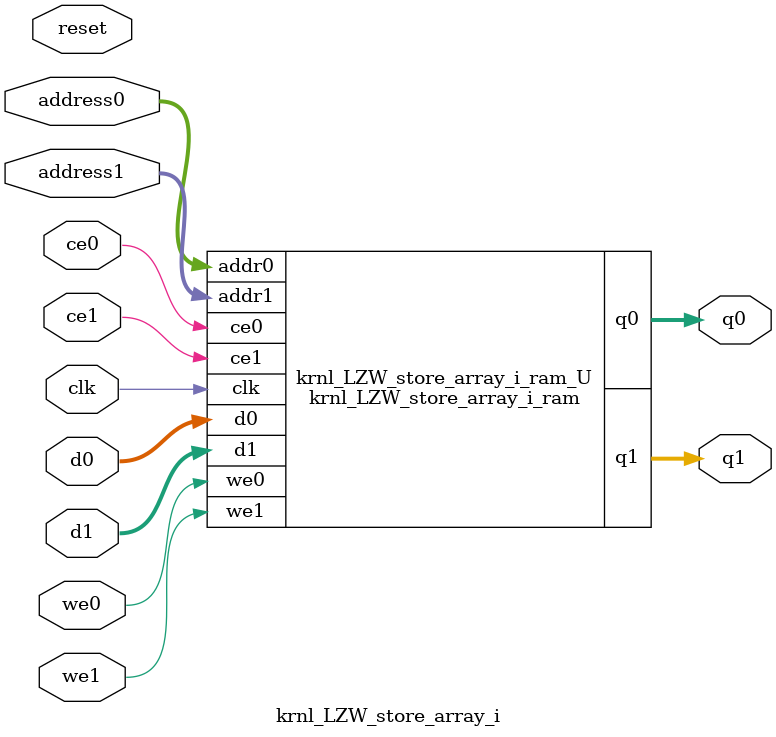
<source format=v>
`timescale 1 ns / 1 ps
module krnl_LZW_store_array_i_ram (addr0, ce0, d0, we0, q0, addr1, ce1, d1, we1, q1,  clk);

parameter DWIDTH = 16;
parameter AWIDTH = 12;
parameter MEM_SIZE = 4096;

input[AWIDTH-1:0] addr0;
input ce0;
input[DWIDTH-1:0] d0;
input we0;
output reg[DWIDTH-1:0] q0;
input[AWIDTH-1:0] addr1;
input ce1;
input[DWIDTH-1:0] d1;
input we1;
output reg[DWIDTH-1:0] q1;
input clk;

reg [DWIDTH-1:0] ram[0:MEM_SIZE-1];




always @(posedge clk)  
begin 
    if (ce0) begin
        if (we0) 
            ram[addr0] <= d0; 
        q0 <= ram[addr0];
    end
end


always @(posedge clk)  
begin 
    if (ce1) begin
        if (we1) 
            ram[addr1] <= d1; 
        q1 <= ram[addr1];
    end
end


endmodule

`timescale 1 ns / 1 ps
module krnl_LZW_store_array_i(
    reset,
    clk,
    address0,
    ce0,
    we0,
    d0,
    q0,
    address1,
    ce1,
    we1,
    d1,
    q1);

parameter DataWidth = 32'd16;
parameter AddressRange = 32'd4096;
parameter AddressWidth = 32'd12;
input reset;
input clk;
input[AddressWidth - 1:0] address0;
input ce0;
input we0;
input[DataWidth - 1:0] d0;
output[DataWidth - 1:0] q0;
input[AddressWidth - 1:0] address1;
input ce1;
input we1;
input[DataWidth - 1:0] d1;
output[DataWidth - 1:0] q1;



krnl_LZW_store_array_i_ram krnl_LZW_store_array_i_ram_U(
    .clk( clk ),
    .addr0( address0 ),
    .ce0( ce0 ),
    .we0( we0 ),
    .d0( d0 ),
    .q0( q0 ),
    .addr1( address1 ),
    .ce1( ce1 ),
    .we1( we1 ),
    .d1( d1 ),
    .q1( q1 ));

endmodule


</source>
